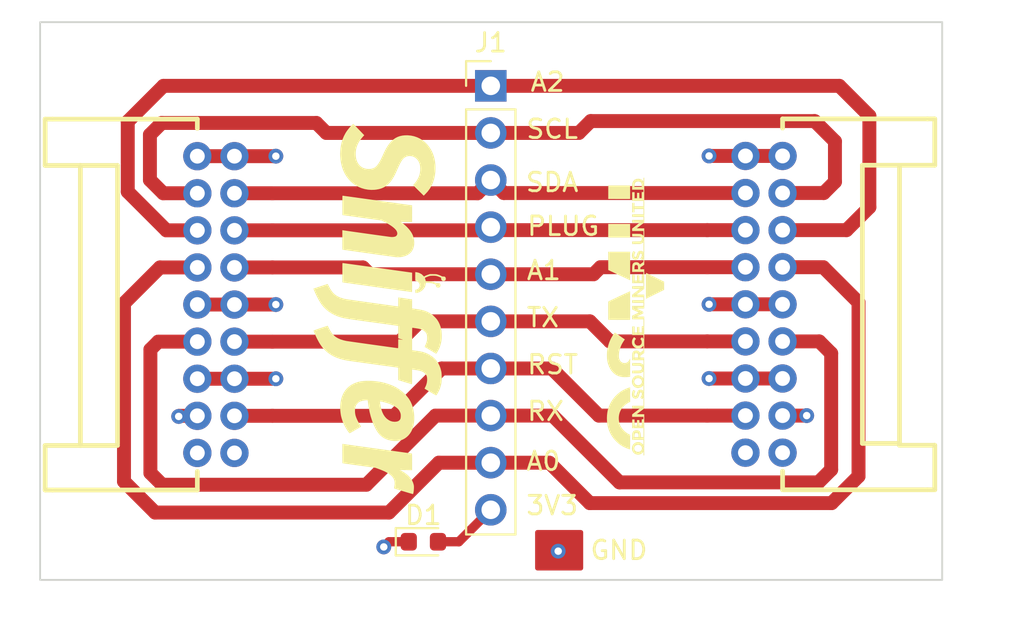
<source format=kicad_pcb>
(kicad_pcb (version 20221018) (generator pcbnew)
  (layers (0 "F.Cu" signal) (1 "In1.Cu" signal) (2 "In2.Cu" signal) (31 "B.Cu" signal) (34 "B.Paste" user) (35 "F.Paste" user) (36 "B.SilkS" user "B.Silkscreen") (37 "F.SilkS" user "F.Silkscreen") (38 "B.Mask" user) (39 "F.Mask" user) (44 "Edge.Cuts" user))
  (net 0 "")
  (net 3 "/RST")
  (net 4 "/3V3")
  (net 5 "GND")
  (net 6 "/SCL")
  (net 7 "/SDA")
  (net 8 "/A2")
  (net 9 "/PLUG")
  (net 10 "/A0")
  (net 11 "/A1")
  (net 12 "/RX")
  (net 13 "/TX")
  (footprint "Connector_PinHeader_2.54mm:PinHeader_1x10_P2.54mm_Vertical" (layer "F.Cu") (at 168.5798 45.979)
    (fp_text reference "J1" (at 0 -2.33) (layer "F.SilkS"))
    (fp_text value "Conn_01x10_MountingPin")
    (pad "1" thru_hole rect (at 0 0) (size 1.7 1.7) (drill 1) (layers "*.Cu" "*.Mask") (net 8 "/A2"))
    (pad "2" thru_hole oval (at 0 2.54) (size 1.7 1.7) (drill 1) (layers "*.Cu" "*.Mask") (net 6 "/SCL"))
    (pad "3" thru_hole oval (at 0 5.08) (size 1.7 1.7) (drill 1) (layers "*.Cu" "*.Mask") (net 7 "/SDA"))
    (pad "4" thru_hole oval (at 0 7.62) (size 1.7 1.7) (drill 1) (layers "*.Cu" "*.Mask") (net 9 "/PLUG"))
    (pad "5" thru_hole oval (at 0 10.16) (size 1.7 1.7) (drill 1) (layers "*.Cu" "*.Mask") (net 11 "/A1"))
    (pad "6" thru_hole oval (at 0 12.7) (size 1.7 1.7) (drill 1) (layers "*.Cu" "*.Mask") (net 13 "/TX"))
    (pad "7" thru_hole oval (at 0 15.24) (size 1.7 1.7) (drill 1) (layers "*.Cu" "*.Mask") (net 3 "/RST"))
    (pad "8" thru_hole oval (at 0 17.78) (size 1.7 1.7) (drill 1) (layers "*.Cu" "*.Mask") (net 12 "/RX"))
    (pad "9" thru_hole oval (at 0 20.32) (size 1.7 1.7) (drill 1) (layers "*.Cu" "*.Mask") (net 10 "/A0"))
    (pad "10" thru_hole oval (at 0 22.86) (size 1.7 1.7) (drill 1) (layers "*.Cu" "*.Mask") (net 4 "/3V3"))
  )
  (footprint "LOGO" (layer "F.Cu") (at 176.50966 58.42 90)
    (fp_text reference "Ge" hide)
    (fp_text value "LOGO" hide)
  )
  (footprint "LOGO" (layer "F.Cu") (at 162.6616 58.0136 -90)
    (fp_text reference "G***" hide)
    (fp_text value "LOGO" hide)
  )
  (footprint "AntSniffer:CN2-CONN-TH_PHB-2-9AW" (layer "F.Cu") (at 183.3 57.7596 -90)
    (fp_text reference "CN2" hide)
    (fp_text value "X2026WRS-2X09D-LPSW" hide)
    (pad "1" thru_hole circle (at -8 0.999 270) (size 1.524 1.524) (drill 0.8) (layers "*.Cu" "*.Paste" "*.Mask") (net 5 "GND"))
    (pad "2" thru_hole circle (at -8 -1 270) (size 1.524 1.524) (drill 0.8) (layers "*.Cu" "*.Paste" "*.Mask") (net 5 "GND"))
    (pad "3" thru_hole circle (at -6.001 0.999 270) (size 1.524 1.524) (drill 0.8) (layers "*.Cu" "*.Paste" "*.Mask") (net 7 "/SDA"))
    (pad "4" thru_hole circle (at -6.001 -1 270) (size 1.524 1.524) (drill 0.8) (layers "*.Cu" "*.Paste" "*.Mask") (net 6 "/SCL"))
    (pad "5" thru_hole circle (at -4 1 270) (size 1.524 1.524) (drill 0.8) (layers "*.Cu" "*.Paste" "*.Mask") (net 9 "/PLUG"))
    (pad "6" thru_hole circle (at -4 -1 270) (size 1.524 1.524) (drill 0.8) (layers "*.Cu" "*.Paste" "*.Mask") (net 8 "/A2"))
    (pad "7" thru_hole circle (at -2 1 270) (size 1.524 1.524) (drill 0.8) (layers "*.Cu" "*.Paste" "*.Mask") (net 11 "/A1"))
    (pad "8" thru_hole circle (at -2 -1 270) (size 1.524 1.524) (drill 0.8) (layers "*.Cu" "*.Paste" "*.Mask") (net 10 "/A0"))
    (pad "9" thru_hole circle (at 0 1 270) (size 1.524 1.524) (drill 0.8) (layers "*.Cu" "*.Paste" "*.Mask") (net 5 "GND"))
    (pad "10" thru_hole circle (at 0 -1 270) (size 1.524 1.524) (drill 0.8) (layers "*.Cu" "*.Paste" "*.Mask") (net 5 "GND"))
    (pad "11" thru_hole circle (at 2 1 270) (size 1.524 1.524) (drill 0.8) (layers "*.Cu" "*.Paste" "*.Mask") (net 13 "/TX"))
    (pad "12" thru_hole circle (at 2 -1 270) (size 1.524 1.524) (drill 0.8) (layers "*.Cu" "*.Paste" "*.Mask") (net 12 "/RX"))
    (pad "13" thru_hole circle (at 4 1 270) (size 1.524 1.524) (drill 0.8) (layers "*.Cu" "*.Paste" "*.Mask") (net 5 "GND"))
    (pad "14" thru_hole circle (at 4 -1 270) (size 1.524 1.524) (drill 0.8) (layers "*.Cu" "*.Paste" "*.Mask") (net 5 "GND"))
    (pad "15" thru_hole circle (at 6 1 270) (size 1.524 1.524) (drill 0.8) (layers "*.Cu" "*.Paste" "*.Mask") (net 3 "/RST"))
    (pad "16" thru_hole circle (at 6 -1 270) (size 1.524 1.524) (drill 0.8) (layers "*.Cu" "*.Paste" "*.Mask") (net 4 "/3V3"))
    (pad "17" thru_hole circle (at 8 1 270) (size 1.524 1.524) (drill 0.8) (layers "*.Cu" "*.Paste" "*.Mask"))
    (pad "18" thru_hole circle (at 8 -1 270) (size 1.524 1.524) (drill 0.8) (layers "*.Cu" "*.Paste" "*.Mask"))
  )
  (footprint "LED_SMD:LED_0603_1608Metric" (layer "F.Cu") (at 164.9476 70.5612)
    (fp_text reference "D1" (at 0 -1.43) (layer "F.SilkS"))
    (fp_text value "LED")
    (pad "1" smd roundrect (at -0.7875 0) (size 0.875 0.95) (layers "F.Cu" "F.Paste" "F.Mask") (net 5 "GND"))
    (pad "2" smd roundrect (at 0.7875 0) (size 0.875 0.95) (layers "F.Cu" "F.Paste" "F.Mask") (net 4 "/3V3"))
  )
  (footprint "AntSniffer:CONN-TH_PHB-2-9AW" (layer "B.Cu") (at 153.77 57.7718 -90)
    (fp_text reference "CN1" hide)
    (fp_text value "X2026WRS-2X09D-LPSW" hide)
    (pad "1" thru_hole circle (at -8 -0.999 270) (size 1.524 1.524) (drill 0.8) (layers "*.Cu" "*.Paste" "*.Mask") (net 5 "GND"))
    (pad "2" thru_hole circle (at -8 1 270) (size 1.524 1.524) (drill 0.8) (layers "*.Cu" "*.Paste" "*.Mask") (net 5 "GND"))
    (pad "3" thru_hole circle (at -6.001 -0.999 270) (size 1.524 1.524) (drill 0.8) (layers "*.Cu" "*.Paste" "*.Mask") (net 7 "/SDA"))
    (pad "4" thru_hole circle (at -6.001 1 270) (size 1.524 1.524) (drill 0.8) (layers "*.Cu" "*.Paste" "*.Mask") (net 6 "/SCL"))
    (pad "5" thru_hole circle (at -4 -1 270) (size 1.524 1.524) (drill 0.8) (layers "*.Cu" "*.Paste" "*.Mask") (net 9 "/PLUG"))
    (pad "6" thru_hole circle (at -4 1 270) (size 1.524 1.524) (drill 0.8) (layers "*.Cu" "*.Paste" "*.Mask") (net 8 "/A2"))
    (pad "7" thru_hole circle (at -2 -1 270) (size 1.524 1.524) (drill 0.8) (layers "*.Cu" "*.Paste" "*.Mask") (net 11 "/A1"))
    (pad "8" thru_hole circle (at -2 1 270) (size 1.524 1.524) (drill 0.8) (layers "*.Cu" "*.Paste" "*.Mask") (net 10 "/A0"))
    (pad "9" thru_hole circle (at 0 -1 270) (size 1.524 1.524) (drill 0.8) (layers "*.Cu" "*.Paste" "*.Mask") (net 5 "GND"))
    (pad "10" thru_hole circle (at 0 1 270) (size 1.524 1.524) (drill 0.8) (layers "*.Cu" "*.Paste" "*.Mask") (net 5 "GND"))
    (pad "11" thru_hole circle (at 2 -1 270) (size 1.524 1.524) (drill 0.8) (layers "*.Cu" "*.Paste" "*.Mask") (net 13 "/TX"))
    (pad "12" thru_hole circle (at 2 1 270) (size 1.524 1.524) (drill 0.8) (layers "*.Cu" "*.Paste" "*.Mask") (net 12 "/RX"))
    (pad "13" thru_hole circle (at 4 -1 270) (size 1.524 1.524) (drill 0.8) (layers "*.Cu" "*.Paste" "*.Mask") (net 5 "GND"))
    (pad "14" thru_hole circle (at 4 1 270) (size 1.524 1.524) (drill 0.8) (layers "*.Cu" "*.Paste" "*.Mask") (net 5 "GND"))
    (pad "15" thru_hole circle (at 6 -1 270) (size 1.524 1.524) (drill 0.8) (layers "*.Cu" "*.Paste" "*.Mask") (net 3 "/RST"))
    (pad "16" thru_hole circle (at 6 1 270) (size 1.524 1.524) (drill 0.8) (layers "*.Cu" "*.Paste" "*.Mask") (net 4 "/3V3"))
    (pad "17" thru_hole circle (at 8 -1 270) (size 1.524 1.524) (drill 0.8) (layers "*.Cu" "*.Paste" "*.Mask"))
    (pad "18" thru_hole circle (at 8 1 270) (size 1.524 1.524) (drill 0.8) (layers "*.Cu" "*.Paste" "*.Mask"))
  )
  (gr_rect (start 144.3 42.545) (end 192.9 72.6186) (stroke (width 0.1)) (fill none) (layer "Edge.Cuts"))
  (gr_text "3V3" (at 170.4086 69.1896) (layer "F.SilkS") (effects (font (size 1 1)) (justify left bottom)))
  (gr_text "TX" (at 170.434 59.055) (layer "F.SilkS") (effects (font (size 1 1)) (justify left bottom)))
  (gr_text "PLUG" (at 170.4594 54.1274) (layer "F.SilkS") (effects (font (size 1 1)) (justify left bottom)))
  (gr_text "RST\n" (at 170.4594 61.595) (layer "F.SilkS") (effects (font (size 1 1)) (justify left bottom)))
  (gr_text "A2" (at 170.6372 46.355) (layer "F.SilkS") (effects (font (size 1 1)) (justify left bottom)))
  (gr_text "A0\n" (at 170.4086 66.802) (layer "F.SilkS") (effects (font (size 1 1)) (justify left bottom)))
  (gr_text "SDA" (at 170.3832 51.7652) (layer "F.SilkS") (effects (font (size 1 1)) (justify left bottom)))
  (gr_text "GND" (at 173.863 71.6026) (layer "F.SilkS") (effects (font (size 1 1)) (justify left bottom)))
  (gr_text "A1" (at 170.434 56.515) (layer "F.SilkS") (effects (font (size 1 1)) (justify left bottom)))
  (gr_text "SCL\n" (at 170.4086 48.895) (layer "F.SilkS") (effects (font (size 1 1)) (justify left bottom)))
  (gr_text "RX" (at 170.4594 64.1096) (layer "F.SilkS") (effects (font (size 1 1)) (justify left bottom)))
  (segment (start 174.402 63.7596) (end 171.8614 61.219) (width 0.75) (layer "F.Cu") (net 3))
  (segment (start 156.8148 63.7718) (end 163.3804 63.7718) (width 0.75) (layer "F.Cu") (net 3))
  (segment (start 165.9332 61.219) (end 168.5798 61.219) (width 0.75) (layer "F.Cu") (net 3))
  (segment (start 182.3 63.7596) (end 180.2399 63.7596) (width 0.75) (layer "F.Cu") (net 3))
  (segment (start 154.77 63.7718) (end 156.8148 63.7718) (width 0.75) (layer "F.Cu") (net 3))
  (segment (start 163.3804 63.7718) (end 165.9332 61.219) (width 0.75) (layer "F.Cu") (net 3))
  (segment (start 156.827 63.7596) (end 156.8148 63.7718) (width 0.25) (layer "F.Cu") (net 3))
  (segment (start 171.8614 61.219) (end 168.5798 61.219) (width 0.75) (layer "F.Cu") (net 3))
  (segment (start 180.2399 63.7596) (end 174.402 63.7596) (width 0.75) (layer "F.Cu") (net 3))
  (segment (start 184.3 63.7596) (end 185.6 63.7596) (width 0.75) (layer "F.Cu") (net 4))
  (segment (start 151.798 63.7718) (end 151.765 63.8048) (width 0.25) (layer "F.Cu") (net 4))
  (segment (start 166.8576 70.5612) (end 168.5798 68.839) (width 0.5) (layer "F.Cu") (net 4))
  (segment (start 152.77 63.7718) (end 151.798 63.7718) (width 0.75) (layer "F.Cu") (net 4))
  (segment (start 165.7351 70.5612) (end 166.8576 70.5612) (width 0.5) (layer "F.Cu") (net 4))
  (via (at 185.6 63.7596) (size 0.8) (drill 0.4) (layers "F.Cu" "B.Cu") (net 4))
  (via (at 151.765 63.8048) (size 0.8) (drill 0.4) (layers "F.Cu" "B.Cu") (net 4))
  (segment (start 154.77 61.7718) (end 152.77 61.7718) (width 0.75) (layer "F.Cu") (net 5))
  (segment (start 180.34 57.7596) (end 182.3 57.7596) (width 0.75) (layer "F.Cu") (net 5))
  (segment (start 157 61.7718) (end 154.77 61.7718) (width 0.75) (layer "F.Cu") (net 5))
  (segment (start 154.769 49.7718) (end 157 49.7718) (width 0.75) (layer "F.Cu") (net 5))
  (segment (start 163.0934 70.5612) (end 162.814 70.8406) (width 0.5) (layer "F.Cu") (net 5))
  (segment (start 182.3 57.7596) (end 184.3 57.7596) (width 0.75) (layer "F.Cu") (net 5))
  (segment (start 154.77 57.7718) (end 152.77 57.7718) (width 0.75) (layer "F.Cu") (net 5))
  (segment (start 182.3 61.7596) (end 184.3 61.7596) (width 0.75) (layer "F.Cu") (net 5))
  (segment (start 164.1601 70.5612) (end 163.0934 70.5612) (width 0.5) (layer "F.Cu") (net 5))
  (segment (start 180.34 49.7596) (end 182.301 49.7596) (width 0.75) (layer "F.Cu") (net 5))
  (segment (start 157 57.7718) (end 154.77 57.7718) (width 0.75) (layer "F.Cu") (net 5))
  (segment (start 182.301 49.7596) (end 184.3 49.7596) (width 0.75) (layer "F.Cu") (net 5))
  (segment (start 180.34 61.7596) (end 182.3 61.7596) (width 0.75) (layer "F.Cu") (net 5))
  (segment (start 154.769 49.7718) (end 152.77 49.7718) (width 0.75) (layer "F.Cu") (net 5))
  (via (at 162.814 70.8406) (size 0.8) (drill 0.4) (layers "F.Cu" "B.Cu") (net 5))
  (via (at 172.212 71.0692) (size 0.8) (drill 0.4) (layers "F.Cu" "B.Cu") (net 5))
  (via (at 157 57.7718) (size 0.8) (drill 0.4) (layers "F.Cu" "B.Cu") (net 5))
  (via (at 180.34 57.7596) (size 0.8) (drill 0.4) (layers "F.Cu" "B.Cu") (net 5))
  (via (at 157 49.7718) (size 0.8) (drill 0.4) (layers "F.Cu" "B.Cu") (net 5))
  (via (at 180.34 49.7596) (size 0.8) (drill 0.4) (layers "F.Cu" "B.Cu") (net 5))
  (via (at 180.34 61.7596) (size 0.8) (drill 0.4) (layers "F.Cu" "B.Cu") (net 5))
  (via (at 157 61.7718) (size 0.8) (drill 0.4) (layers "F.Cu" "B.Cu") (net 5))
  (segment (start 186.5168 51.7586) (end 186.5178 51.7596) (width 0.25) (layer "F.Cu") (net 6))
  (segment (start 150.2156 51.054) (end 150.2156 48.6156) (width 0.75) (layer "F.Cu") (net 6))
  (segment (start 184.3 51.7586) (end 186.5168 51.7586) (width 0.75) (layer "F.Cu") (net 6))
  (segment (start 187.1218 48.9712) (end 186.0296 47.879) (width 0.75) (layer "F.Cu") (net 6))
  (segment (start 150.9334 51.7718) (end 150.2156 51.054) (width 0.75) (layer "F.Cu") (net 6))
  (segment (start 187.1218 51.1556) (end 187.1218 48.9712) (width 0.75) (layer "F.Cu") (net 6))
  (segment (start 173.9646 47.879) (end 173.3246 48.519) (width 0.75) (layer "F.Cu") (net 6))
  (segment (start 150.9344 51.7708) (end 150.9334 51.7718) (width 0.25) (layer "F.Cu") (net 6))
  (segment (start 159.1818 47.9806) (end 159.7202 48.519) (width 0.75) (layer "F.Cu") (net 6))
  (segment (start 150.2156 48.6156) (end 150.8506 47.9806) (width 0.75) (layer "F.Cu") (net 6))
  (segment (start 186.5178 51.7596) (end 187.1218 51.1556) (width 0.75) (layer "F.Cu") (net 6))
  (segment (start 150.8506 47.9806) (end 159.1818 47.9806) (width 0.75) (layer "F.Cu") (net 6))
  (segment (start 159.7202 48.519) (end 168.5798 48.519) (width 0.75) (layer "F.Cu") (net 6))
  (segment (start 152.77 51.7708) (end 150.9344 51.7708) (width 0.75) (layer "F.Cu") (net 6))
  (segment (start 173.3246 48.519) (end 168.5798 48.519) (width 0.75) (layer "F.Cu") (net 6))
  (segment (start 186.0296 47.879) (end 173.9646 47.879) (width 0.75) (layer "F.Cu") (net 6))
  (segment (start 182.301 51.7586) (end 182.3 51.7596) (width 0.25) (layer "F.Cu") (net 7))
  (segment (start 156.8138 51.7708) (end 156.8148 51.7718) (width 0.25) (layer "F.Cu") (net 7))
  (segment (start 154.769 51.7708) (end 156.8138 51.7708) (width 0.75) (layer "F.Cu") (net 7))
  (segment (start 156.8148 51.7718) (end 167.867 51.7718) (width 0.75) (layer "F.Cu") (net 7))
  (segment (start 168.5798 51.059) (end 169.2804 51.7596) (width 0.75) (layer "F.Cu") (net 7))
  (segment (start 182.3 51.7596) (end 169.2804 51.7596) (width 0.75) (layer "F.Cu") (net 7))
  (segment (start 167.867 51.7718) (end 168.5798 51.059) (width 0.75) (layer "F.Cu") (net 7))
  (segment (start 188.976 52.5272) (end 188.976 47.5996) (width 0.75) (layer "F.Cu") (net 8))
  (segment (start 149.0218 47.9044) (end 150.9472 45.979) (width 0.75) (layer "F.Cu") (net 8))
  (segment (start 151.1046 53.7718) (end 149.0218 51.689) (width 0.75) (layer "F.Cu") (net 8))
  (segment (start 149.0218 51.689) (end 149.0218 47.9044) (width 0.75) (layer "F.Cu") (net 8))
  (segment (start 187.7436 53.7596) (end 188.976 52.5272) (width 0.75) (layer "F.Cu") (net 8))
  (segment (start 151.1046 53.7718) (end 152.77 53.7718) (width 0.75) (layer "F.Cu") (net 8))
  (segment (start 184.3499 53.7596) (end 187.7436 53.7596) (width 0.75) (layer "F.Cu") (net 8))
  (segment (start 150.9472 45.979) (end 168.5798 45.979) (width 0.75) (layer "F.Cu") (net 8))
  (segment (start 188.976 47.5996) (end 187.3554 45.979) (width 0.75) (layer "F.Cu") (net 8))
  (segment (start 168.5798 45.979) (end 187.3554 45.979) (width 0.75) (layer "F.Cu") (net 8))
  (segment (start 180.2399 53.7596) (end 168.7404 53.7596) (width 0.75) (layer "F.Cu") (net 9))
  (segment (start 156.8148 53.7718) (end 168.407 53.7718) (width 0.75) (layer "F.Cu") (net 9))
  (segment (start 168.407 53.7718) (end 168.5798 53.599) (width 0.25) (layer "F.Cu") (net 9))
  (segment (start 182.3 53.7596) (end 180.2399 53.7596) (width 0.75) (layer "F.Cu") (net 9))
  (segment (start 154.77 53.7718) (end 156.8148 53.7718) (width 0.75) (layer "F.Cu") (net 9))
  (segment (start 156.827 53.7596) (end 156.8148 53.7718) (width 0.25) (layer "F.Cu") (net 9))
  (segment (start 168.7404 53.7596) (end 168.5798 53.599) (width 0.25) (layer "F.Cu") (net 9))
  (segment (start 148.8186 57.7088) (end 148.8186 67.31) (width 0.75) (layer "F.Cu") (net 10))
  (segment (start 148.8186 67.31) (end 150.495 68.9864) (width 0.75) (layer "F.Cu") (net 10))
  (segment (start 184.3 55.7596) (end 186.4934 55.7596) (width 0.75) (layer "F.Cu") (net 10))
  (segment (start 150.495 68.9864) (end 163.0934 68.9864) (width 0.75) (layer "F.Cu") (net 10))
  (segment (start 171.7344 66.299) (end 168.5798 66.299) (width 0.75) (layer "F.Cu") (net 10))
  (segment (start 188.3918 67.0306) (end 186.944 68.4784) (width 0.75) (layer "F.Cu") (net 10))
  (segment (start 186.4934 55.7596) (end 188.3918 57.658) (width 0.75) (layer "F.Cu") (net 10))
  (segment (start 188.3918 57.658) (end 188.3918 67.0306) (width 0.75) (layer "F.Cu") (net 10))
  (segment (start 150.7556 55.7718) (end 148.8186 57.7088) (width 0.75) (layer "F.Cu") (net 10))
  (segment (start 163.0934 68.9864) (end 165.7808 66.299) (width 0.75) (layer "F.Cu") (net 10))
  (segment (start 173.9138 68.4784) (end 171.7344 66.299) (width 0.75) (layer "F.Cu") (net 10))
  (segment (start 165.7808 66.299) (end 168.5798 66.299) (width 0.75) (layer "F.Cu") (net 10))
  (segment (start 152.77 55.7718) (end 150.7556 55.7718) (width 0.75) (layer "F.Cu") (net 10))
  (segment (start 186.944 68.4784) (end 173.9138 68.4784) (width 0.75) (layer "F.Cu") (net 10))
  (segment (start 168.5798 56.139) (end 174.112 56.139) (width 0.75) (layer "F.Cu") (net 11))
  (segment (start 162.057 56.139) (end 161.6898 55.7718) (width 0.75) (layer "F.Cu") (net 11))
  (segment (start 154.77 55.7718) (end 156.8148 55.7718) (width 0.75) (layer "F.Cu") (net 11))
  (segment (start 174.112 56.139) (end 174.4914 55.7596) (width 0.75) (layer "F.Cu") (net 11))
  (segment (start 180.2277 55.7718) (end 180.2399 55.7596) (width 0.25) (layer "F.Cu") (net 11))
  (segment (start 161.6898 55.7718) (end 156.8148 55.7718) (width 0.75) (layer "F.Cu") (net 11))
  (segment (start 182.3 55.7596) (end 180.2399 55.7596) (width 0.75) (layer "F.Cu") (net 11))
  (segment (start 168.5798 56.139) (end 162.057 56.139) (width 0.75) (layer "F.Cu") (net 11))
  (segment (start 174.4914 55.7596) (end 180.2399 55.7596) (width 0.75) (layer "F.Cu") (net 11))
  (segment (start 150.876 67.4878) (end 161.8742 67.4878) (width 0.75) (layer "F.Cu") (net 12))
  (segment (start 186.2328 67.3608) (end 175.514 67.3608) (width 0.75) (layer "F.Cu") (net 12))
  (segment (start 186.9186 60.4012) (end 186.9186 66.675) (width 0.75) (layer "F.Cu") (net 12))
  (segment (start 186.9186 66.675) (end 186.2328 67.3608) (width 0.75) (layer "F.Cu") (net 12))
  (segment (start 161.8742 67.4878) (end 165.603 63.759) (width 0.75) (layer "F.Cu") (net 12))
  (segment (start 186.277 59.7596) (end 186.9186 60.4012) (width 0.75) (layer "F.Cu") (net 12))
  (segment (start 150.6672 59.7718) (end 152.77 59.7718) (width 0.75) (layer "F.Cu") (net 12))
  (segment (start 150.241 66.8528) (end 150.876 67.4878) (width 0.75) (layer "F.Cu") (net 12))
  (segment (start 175.514 67.3608) (end 171.9122 63.759) (width 0.75) (layer "F.Cu") (net 12))
  (segment (start 171.9122 63.759) (end 168.5798 63.759) (width 0.75) (layer "F.Cu") (net 12))
  (segment (start 150.6672 59.7718) (end 150.241 60.198) (width 0.75) (layer "F.Cu") (net 12))
  (segment (start 150.241 60.198) (end 150.241 66.8528) (width 0.75) (layer "F.Cu") (net 12))
  (segment (start 184.3 59.7596) (end 186.277 59.7596) (width 0.75) (layer "F.Cu") (net 12))
  (segment (start 165.603 63.759) (end 168.5798 63.759) (width 0.75) (layer "F.Cu") (net 12))
  (segment (start 180.2399 59.7596) (end 174.9994 59.7596) (width 0.75) (layer "F.Cu") (net 13))
  (segment (start 180.2277 59.7718) (end 180.2399 59.7596) (width 0.25) (layer "F.Cu") (net 13))
  (segment (start 156.8148 59.7718) (end 163.672 59.7718) (width 0.75) (layer "F.Cu") (net 13))
  (segment (start 163.672 59.7718) (end 164.7648 58.679) (width 0.75) (layer "F.Cu") (net 13))
  (segment (start 154.77 59.7718) (end 156.8148 59.7718) (width 0.75) (layer "F.Cu") (net 13))
  (segment (start 164.7648 58.679) (end 168.5798 58.679) (width 0.75) (layer "F.Cu") (net 13))
  (segment (start 174.9994 59.7596) (end 173.9188 58.679) (width 0.75) (layer "F.Cu") (net 13))
  (segment (start 182.3 59.7596) (end 180.2399 59.7596) (width 0.75) (layer "F.Cu") (net 13))
  (segment (start 173.9188 58.679) (end 168.5798 58.679) (width 0.75) (layer "F.Cu") (net 13))
  (zone (net 5) (net_name "GND") (layer "F.Cu") (priority 2) (connect_pads yes (clearance 0.5)) (min_thickness 0.25) (fill yes (thermal_gap 0.5) (thermal_bridge_width 0.5))
    (polygon (pts (xy 170.9674 69.9262) (xy 170.9674 72.1106) (xy 173.5582 72.1106) (xy 173.5582 69.9262)))
  )
)
</source>
